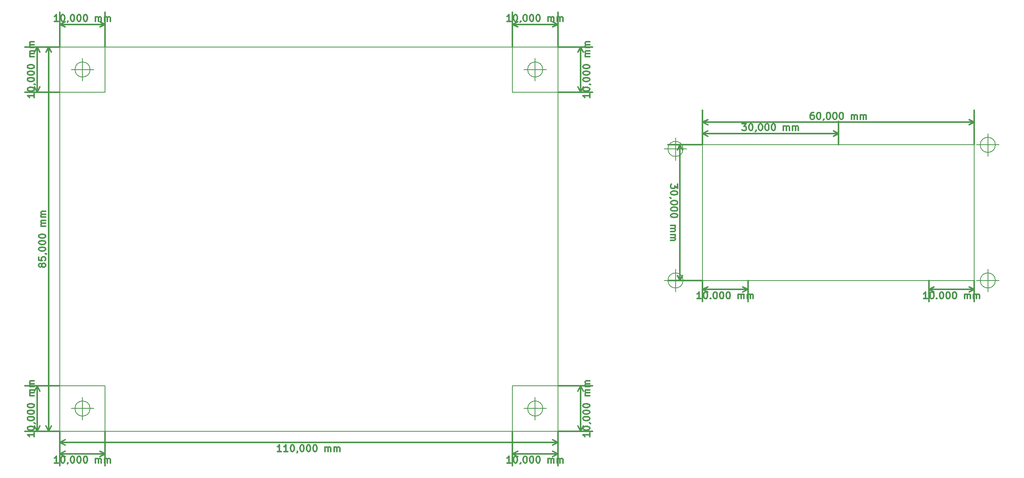
<source format=gbr>
G04 #@! TF.GenerationSoftware,KiCad,Pcbnew,(5.1.4)-1*
G04 #@! TF.CreationDate,2019-12-04T23:12:45+01:00*
G04 #@! TF.ProjectId,instru_bab_v2,696e7374-7275-45f6-9261-625f76322e6b,rev?*
G04 #@! TF.SameCoordinates,Original*
G04 #@! TF.FileFunction,Other,ECO1*
%FSLAX46Y46*%
G04 Gerber Fmt 4.6, Leading zero omitted, Abs format (unit mm)*
G04 Created by KiCad (PCBNEW (5.1.4)-1) date 2019-12-04 23:12:45*
%MOMM*%
%LPD*%
G04 APERTURE LIST*
%ADD10C,0.200000*%
%ADD11C,0.300000*%
%ADD12C,0.150000*%
G04 APERTURE END LIST*
D10*
X239666666Y-50000000D02*
G75*
G03X239666666Y-50000000I-1666666J0D01*
G01*
X235500000Y-50000000D02*
X240500000Y-50000000D01*
X238000000Y-47500000D02*
X238000000Y-52500000D01*
X170666666Y-50900000D02*
G75*
G03X170666666Y-50900000I-1666666J0D01*
G01*
X166500000Y-50900000D02*
X171500000Y-50900000D01*
X169000000Y-48400000D02*
X169000000Y-53400000D01*
X170666666Y-80000000D02*
G75*
G03X170666666Y-80000000I-1666666J0D01*
G01*
X166500000Y-80000000D02*
X171500000Y-80000000D01*
X169000000Y-77500000D02*
X169000000Y-82500000D01*
X239666666Y-80000000D02*
G75*
G03X239666666Y-80000000I-1666666J0D01*
G01*
X235500000Y-80000000D02*
X240500000Y-80000000D01*
X238000000Y-77500000D02*
X238000000Y-82500000D01*
X139667825Y-108334814D02*
G75*
G03X139667825Y-108334814I-1666666J0D01*
G01*
X135501159Y-108334814D02*
X140501159Y-108334814D01*
X138001159Y-105834814D02*
X138001159Y-110834814D01*
X139667825Y-33334814D02*
G75*
G03X139667825Y-33334814I-1666666J0D01*
G01*
X135501159Y-33334814D02*
X140501159Y-33334814D01*
X138001159Y-30834814D02*
X138001159Y-35834814D01*
X39667825Y-108334814D02*
G75*
G03X39667825Y-108334814I-1666666J0D01*
G01*
X35501159Y-108334814D02*
X40501159Y-108334814D01*
X38001159Y-105834814D02*
X38001159Y-110834814D01*
X39667825Y-33334814D02*
G75*
G03X39667825Y-33334814I-1666666J0D01*
G01*
X35501159Y-33334814D02*
X40501159Y-33334814D01*
X38001159Y-30834814D02*
X38001159Y-35834814D01*
D11*
X224642857Y-84028571D02*
X223785714Y-84028571D01*
X224214285Y-84028571D02*
X224214285Y-82528571D01*
X224071428Y-82742857D01*
X223928571Y-82885714D01*
X223785714Y-82957142D01*
X225571428Y-82528571D02*
X225714285Y-82528571D01*
X225857142Y-82600000D01*
X225928571Y-82671428D01*
X226000000Y-82814285D01*
X226071428Y-83100000D01*
X226071428Y-83457142D01*
X226000000Y-83742857D01*
X225928571Y-83885714D01*
X225857142Y-83957142D01*
X225714285Y-84028571D01*
X225571428Y-84028571D01*
X225428571Y-83957142D01*
X225357142Y-83885714D01*
X225285714Y-83742857D01*
X225214285Y-83457142D01*
X225214285Y-83100000D01*
X225285714Y-82814285D01*
X225357142Y-82671428D01*
X225428571Y-82600000D01*
X225571428Y-82528571D01*
X226714285Y-83885714D02*
X226785714Y-83957142D01*
X226714285Y-84028571D01*
X226642857Y-83957142D01*
X226714285Y-83885714D01*
X226714285Y-84028571D01*
X227714285Y-82528571D02*
X227857142Y-82528571D01*
X228000000Y-82600000D01*
X228071428Y-82671428D01*
X228142857Y-82814285D01*
X228214285Y-83100000D01*
X228214285Y-83457142D01*
X228142857Y-83742857D01*
X228071428Y-83885714D01*
X228000000Y-83957142D01*
X227857142Y-84028571D01*
X227714285Y-84028571D01*
X227571428Y-83957142D01*
X227500000Y-83885714D01*
X227428571Y-83742857D01*
X227357142Y-83457142D01*
X227357142Y-83100000D01*
X227428571Y-82814285D01*
X227500000Y-82671428D01*
X227571428Y-82600000D01*
X227714285Y-82528571D01*
X229142857Y-82528571D02*
X229285714Y-82528571D01*
X229428571Y-82600000D01*
X229500000Y-82671428D01*
X229571428Y-82814285D01*
X229642857Y-83100000D01*
X229642857Y-83457142D01*
X229571428Y-83742857D01*
X229500000Y-83885714D01*
X229428571Y-83957142D01*
X229285714Y-84028571D01*
X229142857Y-84028571D01*
X229000000Y-83957142D01*
X228928571Y-83885714D01*
X228857142Y-83742857D01*
X228785714Y-83457142D01*
X228785714Y-83100000D01*
X228857142Y-82814285D01*
X228928571Y-82671428D01*
X229000000Y-82600000D01*
X229142857Y-82528571D01*
X230571428Y-82528571D02*
X230714285Y-82528571D01*
X230857142Y-82600000D01*
X230928571Y-82671428D01*
X231000000Y-82814285D01*
X231071428Y-83100000D01*
X231071428Y-83457142D01*
X231000000Y-83742857D01*
X230928571Y-83885714D01*
X230857142Y-83957142D01*
X230714285Y-84028571D01*
X230571428Y-84028571D01*
X230428571Y-83957142D01*
X230357142Y-83885714D01*
X230285714Y-83742857D01*
X230214285Y-83457142D01*
X230214285Y-83100000D01*
X230285714Y-82814285D01*
X230357142Y-82671428D01*
X230428571Y-82600000D01*
X230571428Y-82528571D01*
X232857142Y-84028571D02*
X232857142Y-83028571D01*
X232857142Y-83171428D02*
X232928571Y-83100000D01*
X233071428Y-83028571D01*
X233285714Y-83028571D01*
X233428571Y-83100000D01*
X233500000Y-83242857D01*
X233500000Y-84028571D01*
X233500000Y-83242857D02*
X233571428Y-83100000D01*
X233714285Y-83028571D01*
X233928571Y-83028571D01*
X234071428Y-83100000D01*
X234142857Y-83242857D01*
X234142857Y-84028571D01*
X234857142Y-84028571D02*
X234857142Y-83028571D01*
X234857142Y-83171428D02*
X234928571Y-83100000D01*
X235071428Y-83028571D01*
X235285714Y-83028571D01*
X235428571Y-83100000D01*
X235500000Y-83242857D01*
X235500000Y-84028571D01*
X235500000Y-83242857D02*
X235571428Y-83100000D01*
X235714285Y-83028571D01*
X235928571Y-83028571D01*
X236071428Y-83100000D01*
X236142857Y-83242857D01*
X236142857Y-84028571D01*
X235000000Y-82000000D02*
X225000000Y-82000000D01*
X235000000Y-80000000D02*
X235000000Y-84700000D01*
X225000000Y-80000000D02*
X225000000Y-84700000D01*
X225000000Y-82000000D02*
X226126504Y-81413579D01*
X225000000Y-82000000D02*
X226126504Y-82586421D01*
X235000000Y-82000000D02*
X233873496Y-81413579D01*
X235000000Y-82000000D02*
X233873496Y-82586421D01*
X174642857Y-84028571D02*
X173785714Y-84028571D01*
X174214285Y-84028571D02*
X174214285Y-82528571D01*
X174071428Y-82742857D01*
X173928571Y-82885714D01*
X173785714Y-82957142D01*
X175571428Y-82528571D02*
X175714285Y-82528571D01*
X175857142Y-82600000D01*
X175928571Y-82671428D01*
X176000000Y-82814285D01*
X176071428Y-83100000D01*
X176071428Y-83457142D01*
X176000000Y-83742857D01*
X175928571Y-83885714D01*
X175857142Y-83957142D01*
X175714285Y-84028571D01*
X175571428Y-84028571D01*
X175428571Y-83957142D01*
X175357142Y-83885714D01*
X175285714Y-83742857D01*
X175214285Y-83457142D01*
X175214285Y-83100000D01*
X175285714Y-82814285D01*
X175357142Y-82671428D01*
X175428571Y-82600000D01*
X175571428Y-82528571D01*
X176714285Y-83885714D02*
X176785714Y-83957142D01*
X176714285Y-84028571D01*
X176642857Y-83957142D01*
X176714285Y-83885714D01*
X176714285Y-84028571D01*
X177714285Y-82528571D02*
X177857142Y-82528571D01*
X178000000Y-82600000D01*
X178071428Y-82671428D01*
X178142857Y-82814285D01*
X178214285Y-83100000D01*
X178214285Y-83457142D01*
X178142857Y-83742857D01*
X178071428Y-83885714D01*
X178000000Y-83957142D01*
X177857142Y-84028571D01*
X177714285Y-84028571D01*
X177571428Y-83957142D01*
X177500000Y-83885714D01*
X177428571Y-83742857D01*
X177357142Y-83457142D01*
X177357142Y-83100000D01*
X177428571Y-82814285D01*
X177500000Y-82671428D01*
X177571428Y-82600000D01*
X177714285Y-82528571D01*
X179142857Y-82528571D02*
X179285714Y-82528571D01*
X179428571Y-82600000D01*
X179500000Y-82671428D01*
X179571428Y-82814285D01*
X179642857Y-83100000D01*
X179642857Y-83457142D01*
X179571428Y-83742857D01*
X179500000Y-83885714D01*
X179428571Y-83957142D01*
X179285714Y-84028571D01*
X179142857Y-84028571D01*
X179000000Y-83957142D01*
X178928571Y-83885714D01*
X178857142Y-83742857D01*
X178785714Y-83457142D01*
X178785714Y-83100000D01*
X178857142Y-82814285D01*
X178928571Y-82671428D01*
X179000000Y-82600000D01*
X179142857Y-82528571D01*
X180571428Y-82528571D02*
X180714285Y-82528571D01*
X180857142Y-82600000D01*
X180928571Y-82671428D01*
X181000000Y-82814285D01*
X181071428Y-83100000D01*
X181071428Y-83457142D01*
X181000000Y-83742857D01*
X180928571Y-83885714D01*
X180857142Y-83957142D01*
X180714285Y-84028571D01*
X180571428Y-84028571D01*
X180428571Y-83957142D01*
X180357142Y-83885714D01*
X180285714Y-83742857D01*
X180214285Y-83457142D01*
X180214285Y-83100000D01*
X180285714Y-82814285D01*
X180357142Y-82671428D01*
X180428571Y-82600000D01*
X180571428Y-82528571D01*
X182857142Y-84028571D02*
X182857142Y-83028571D01*
X182857142Y-83171428D02*
X182928571Y-83100000D01*
X183071428Y-83028571D01*
X183285714Y-83028571D01*
X183428571Y-83100000D01*
X183500000Y-83242857D01*
X183500000Y-84028571D01*
X183500000Y-83242857D02*
X183571428Y-83100000D01*
X183714285Y-83028571D01*
X183928571Y-83028571D01*
X184071428Y-83100000D01*
X184142857Y-83242857D01*
X184142857Y-84028571D01*
X184857142Y-84028571D02*
X184857142Y-83028571D01*
X184857142Y-83171428D02*
X184928571Y-83100000D01*
X185071428Y-83028571D01*
X185285714Y-83028571D01*
X185428571Y-83100000D01*
X185500000Y-83242857D01*
X185500000Y-84028571D01*
X185500000Y-83242857D02*
X185571428Y-83100000D01*
X185714285Y-83028571D01*
X185928571Y-83028571D01*
X186071428Y-83100000D01*
X186142857Y-83242857D01*
X186142857Y-84028571D01*
X175000000Y-82000000D02*
X185000000Y-82000000D01*
X175000000Y-80000000D02*
X175000000Y-84700000D01*
X185000000Y-80000000D02*
X185000000Y-84700000D01*
X185000000Y-82000000D02*
X183873496Y-82586421D01*
X185000000Y-82000000D02*
X183873496Y-81413579D01*
X175000000Y-82000000D02*
X176126504Y-82586421D01*
X175000000Y-82000000D02*
X176126504Y-81413579D01*
X183714285Y-45328571D02*
X184642857Y-45328571D01*
X184142857Y-45900000D01*
X184357142Y-45900000D01*
X184500000Y-45971428D01*
X184571428Y-46042857D01*
X184642857Y-46185714D01*
X184642857Y-46542857D01*
X184571428Y-46685714D01*
X184500000Y-46757142D01*
X184357142Y-46828571D01*
X183928571Y-46828571D01*
X183785714Y-46757142D01*
X183714285Y-46685714D01*
X185571428Y-45328571D02*
X185714285Y-45328571D01*
X185857142Y-45400000D01*
X185928571Y-45471428D01*
X186000000Y-45614285D01*
X186071428Y-45900000D01*
X186071428Y-46257142D01*
X186000000Y-46542857D01*
X185928571Y-46685714D01*
X185857142Y-46757142D01*
X185714285Y-46828571D01*
X185571428Y-46828571D01*
X185428571Y-46757142D01*
X185357142Y-46685714D01*
X185285714Y-46542857D01*
X185214285Y-46257142D01*
X185214285Y-45900000D01*
X185285714Y-45614285D01*
X185357142Y-45471428D01*
X185428571Y-45400000D01*
X185571428Y-45328571D01*
X186785714Y-46757142D02*
X186785714Y-46828571D01*
X186714285Y-46971428D01*
X186642857Y-47042857D01*
X187714285Y-45328571D02*
X187857142Y-45328571D01*
X188000000Y-45400000D01*
X188071428Y-45471428D01*
X188142857Y-45614285D01*
X188214285Y-45900000D01*
X188214285Y-46257142D01*
X188142857Y-46542857D01*
X188071428Y-46685714D01*
X188000000Y-46757142D01*
X187857142Y-46828571D01*
X187714285Y-46828571D01*
X187571428Y-46757142D01*
X187500000Y-46685714D01*
X187428571Y-46542857D01*
X187357142Y-46257142D01*
X187357142Y-45900000D01*
X187428571Y-45614285D01*
X187500000Y-45471428D01*
X187571428Y-45400000D01*
X187714285Y-45328571D01*
X189142857Y-45328571D02*
X189285714Y-45328571D01*
X189428571Y-45400000D01*
X189500000Y-45471428D01*
X189571428Y-45614285D01*
X189642857Y-45900000D01*
X189642857Y-46257142D01*
X189571428Y-46542857D01*
X189500000Y-46685714D01*
X189428571Y-46757142D01*
X189285714Y-46828571D01*
X189142857Y-46828571D01*
X189000000Y-46757142D01*
X188928571Y-46685714D01*
X188857142Y-46542857D01*
X188785714Y-46257142D01*
X188785714Y-45900000D01*
X188857142Y-45614285D01*
X188928571Y-45471428D01*
X189000000Y-45400000D01*
X189142857Y-45328571D01*
X190571428Y-45328571D02*
X190714285Y-45328571D01*
X190857142Y-45400000D01*
X190928571Y-45471428D01*
X191000000Y-45614285D01*
X191071428Y-45900000D01*
X191071428Y-46257142D01*
X191000000Y-46542857D01*
X190928571Y-46685714D01*
X190857142Y-46757142D01*
X190714285Y-46828571D01*
X190571428Y-46828571D01*
X190428571Y-46757142D01*
X190357142Y-46685714D01*
X190285714Y-46542857D01*
X190214285Y-46257142D01*
X190214285Y-45900000D01*
X190285714Y-45614285D01*
X190357142Y-45471428D01*
X190428571Y-45400000D01*
X190571428Y-45328571D01*
X192857142Y-46828571D02*
X192857142Y-45828571D01*
X192857142Y-45971428D02*
X192928571Y-45900000D01*
X193071428Y-45828571D01*
X193285714Y-45828571D01*
X193428571Y-45900000D01*
X193500000Y-46042857D01*
X193500000Y-46828571D01*
X193500000Y-46042857D02*
X193571428Y-45900000D01*
X193714285Y-45828571D01*
X193928571Y-45828571D01*
X194071428Y-45900000D01*
X194142857Y-46042857D01*
X194142857Y-46828571D01*
X194857142Y-46828571D02*
X194857142Y-45828571D01*
X194857142Y-45971428D02*
X194928571Y-45900000D01*
X195071428Y-45828571D01*
X195285714Y-45828571D01*
X195428571Y-45900000D01*
X195500000Y-46042857D01*
X195500000Y-46828571D01*
X195500000Y-46042857D02*
X195571428Y-45900000D01*
X195714285Y-45828571D01*
X195928571Y-45828571D01*
X196071428Y-45900000D01*
X196142857Y-46042857D01*
X196142857Y-46828571D01*
X175000000Y-47500000D02*
X205000000Y-47500000D01*
X175000000Y-50000000D02*
X175000000Y-44800000D01*
X205000000Y-50000000D02*
X205000000Y-44800000D01*
X205000000Y-47500000D02*
X203873496Y-48086421D01*
X205000000Y-47500000D02*
X203873496Y-46913579D01*
X175000000Y-47500000D02*
X176126504Y-48086421D01*
X175000000Y-47500000D02*
X176126504Y-46913579D01*
D10*
X235000000Y-50000000D02*
X175000000Y-50000000D01*
X235000000Y-80000000D02*
X235000000Y-50000000D01*
X175000000Y-80000000D02*
X235000000Y-80000000D01*
X175000000Y-50000000D02*
X175000000Y-80000000D01*
D11*
X199500000Y-42828571D02*
X199214285Y-42828571D01*
X199071428Y-42900000D01*
X199000000Y-42971428D01*
X198857142Y-43185714D01*
X198785714Y-43471428D01*
X198785714Y-44042857D01*
X198857142Y-44185714D01*
X198928571Y-44257142D01*
X199071428Y-44328571D01*
X199357142Y-44328571D01*
X199500000Y-44257142D01*
X199571428Y-44185714D01*
X199642857Y-44042857D01*
X199642857Y-43685714D01*
X199571428Y-43542857D01*
X199500000Y-43471428D01*
X199357142Y-43400000D01*
X199071428Y-43400000D01*
X198928571Y-43471428D01*
X198857142Y-43542857D01*
X198785714Y-43685714D01*
X200571428Y-42828571D02*
X200714285Y-42828571D01*
X200857142Y-42900000D01*
X200928571Y-42971428D01*
X201000000Y-43114285D01*
X201071428Y-43400000D01*
X201071428Y-43757142D01*
X201000000Y-44042857D01*
X200928571Y-44185714D01*
X200857142Y-44257142D01*
X200714285Y-44328571D01*
X200571428Y-44328571D01*
X200428571Y-44257142D01*
X200357142Y-44185714D01*
X200285714Y-44042857D01*
X200214285Y-43757142D01*
X200214285Y-43400000D01*
X200285714Y-43114285D01*
X200357142Y-42971428D01*
X200428571Y-42900000D01*
X200571428Y-42828571D01*
X201785714Y-44257142D02*
X201785714Y-44328571D01*
X201714285Y-44471428D01*
X201642857Y-44542857D01*
X202714285Y-42828571D02*
X202857142Y-42828571D01*
X203000000Y-42900000D01*
X203071428Y-42971428D01*
X203142857Y-43114285D01*
X203214285Y-43400000D01*
X203214285Y-43757142D01*
X203142857Y-44042857D01*
X203071428Y-44185714D01*
X203000000Y-44257142D01*
X202857142Y-44328571D01*
X202714285Y-44328571D01*
X202571428Y-44257142D01*
X202500000Y-44185714D01*
X202428571Y-44042857D01*
X202357142Y-43757142D01*
X202357142Y-43400000D01*
X202428571Y-43114285D01*
X202500000Y-42971428D01*
X202571428Y-42900000D01*
X202714285Y-42828571D01*
X204142857Y-42828571D02*
X204285714Y-42828571D01*
X204428571Y-42900000D01*
X204500000Y-42971428D01*
X204571428Y-43114285D01*
X204642857Y-43400000D01*
X204642857Y-43757142D01*
X204571428Y-44042857D01*
X204500000Y-44185714D01*
X204428571Y-44257142D01*
X204285714Y-44328571D01*
X204142857Y-44328571D01*
X204000000Y-44257142D01*
X203928571Y-44185714D01*
X203857142Y-44042857D01*
X203785714Y-43757142D01*
X203785714Y-43400000D01*
X203857142Y-43114285D01*
X203928571Y-42971428D01*
X204000000Y-42900000D01*
X204142857Y-42828571D01*
X205571428Y-42828571D02*
X205714285Y-42828571D01*
X205857142Y-42900000D01*
X205928571Y-42971428D01*
X206000000Y-43114285D01*
X206071428Y-43400000D01*
X206071428Y-43757142D01*
X206000000Y-44042857D01*
X205928571Y-44185714D01*
X205857142Y-44257142D01*
X205714285Y-44328571D01*
X205571428Y-44328571D01*
X205428571Y-44257142D01*
X205357142Y-44185714D01*
X205285714Y-44042857D01*
X205214285Y-43757142D01*
X205214285Y-43400000D01*
X205285714Y-43114285D01*
X205357142Y-42971428D01*
X205428571Y-42900000D01*
X205571428Y-42828571D01*
X207857142Y-44328571D02*
X207857142Y-43328571D01*
X207857142Y-43471428D02*
X207928571Y-43400000D01*
X208071428Y-43328571D01*
X208285714Y-43328571D01*
X208428571Y-43400000D01*
X208500000Y-43542857D01*
X208500000Y-44328571D01*
X208500000Y-43542857D02*
X208571428Y-43400000D01*
X208714285Y-43328571D01*
X208928571Y-43328571D01*
X209071428Y-43400000D01*
X209142857Y-43542857D01*
X209142857Y-44328571D01*
X209857142Y-44328571D02*
X209857142Y-43328571D01*
X209857142Y-43471428D02*
X209928571Y-43400000D01*
X210071428Y-43328571D01*
X210285714Y-43328571D01*
X210428571Y-43400000D01*
X210500000Y-43542857D01*
X210500000Y-44328571D01*
X210500000Y-43542857D02*
X210571428Y-43400000D01*
X210714285Y-43328571D01*
X210928571Y-43328571D01*
X211071428Y-43400000D01*
X211142857Y-43542857D01*
X211142857Y-44328571D01*
X175000000Y-45000000D02*
X235000000Y-45000000D01*
X175000000Y-50000000D02*
X175000000Y-42300000D01*
X235000000Y-50000000D02*
X235000000Y-42300000D01*
X235000000Y-45000000D02*
X233873496Y-45586421D01*
X235000000Y-45000000D02*
X233873496Y-44413579D01*
X175000000Y-45000000D02*
X176126504Y-45586421D01*
X175000000Y-45000000D02*
X176126504Y-44413579D01*
X169471428Y-58714285D02*
X169471428Y-59642857D01*
X168900000Y-59142857D01*
X168900000Y-59357142D01*
X168828571Y-59500000D01*
X168757142Y-59571428D01*
X168614285Y-59642857D01*
X168257142Y-59642857D01*
X168114285Y-59571428D01*
X168042857Y-59500000D01*
X167971428Y-59357142D01*
X167971428Y-58928571D01*
X168042857Y-58785714D01*
X168114285Y-58714285D01*
X169471428Y-60571428D02*
X169471428Y-60714285D01*
X169400000Y-60857142D01*
X169328571Y-60928571D01*
X169185714Y-61000000D01*
X168900000Y-61071428D01*
X168542857Y-61071428D01*
X168257142Y-61000000D01*
X168114285Y-60928571D01*
X168042857Y-60857142D01*
X167971428Y-60714285D01*
X167971428Y-60571428D01*
X168042857Y-60428571D01*
X168114285Y-60357142D01*
X168257142Y-60285714D01*
X168542857Y-60214285D01*
X168900000Y-60214285D01*
X169185714Y-60285714D01*
X169328571Y-60357142D01*
X169400000Y-60428571D01*
X169471428Y-60571428D01*
X168042857Y-61785714D02*
X167971428Y-61785714D01*
X167828571Y-61714285D01*
X167757142Y-61642857D01*
X169471428Y-62714285D02*
X169471428Y-62857142D01*
X169400000Y-63000000D01*
X169328571Y-63071428D01*
X169185714Y-63142857D01*
X168900000Y-63214285D01*
X168542857Y-63214285D01*
X168257142Y-63142857D01*
X168114285Y-63071428D01*
X168042857Y-63000000D01*
X167971428Y-62857142D01*
X167971428Y-62714285D01*
X168042857Y-62571428D01*
X168114285Y-62500000D01*
X168257142Y-62428571D01*
X168542857Y-62357142D01*
X168900000Y-62357142D01*
X169185714Y-62428571D01*
X169328571Y-62500000D01*
X169400000Y-62571428D01*
X169471428Y-62714285D01*
X169471428Y-64142857D02*
X169471428Y-64285714D01*
X169400000Y-64428571D01*
X169328571Y-64500000D01*
X169185714Y-64571428D01*
X168900000Y-64642857D01*
X168542857Y-64642857D01*
X168257142Y-64571428D01*
X168114285Y-64500000D01*
X168042857Y-64428571D01*
X167971428Y-64285714D01*
X167971428Y-64142857D01*
X168042857Y-64000000D01*
X168114285Y-63928571D01*
X168257142Y-63857142D01*
X168542857Y-63785714D01*
X168900000Y-63785714D01*
X169185714Y-63857142D01*
X169328571Y-63928571D01*
X169400000Y-64000000D01*
X169471428Y-64142857D01*
X169471428Y-65571428D02*
X169471428Y-65714285D01*
X169400000Y-65857142D01*
X169328571Y-65928571D01*
X169185714Y-66000000D01*
X168900000Y-66071428D01*
X168542857Y-66071428D01*
X168257142Y-66000000D01*
X168114285Y-65928571D01*
X168042857Y-65857142D01*
X167971428Y-65714285D01*
X167971428Y-65571428D01*
X168042857Y-65428571D01*
X168114285Y-65357142D01*
X168257142Y-65285714D01*
X168542857Y-65214285D01*
X168900000Y-65214285D01*
X169185714Y-65285714D01*
X169328571Y-65357142D01*
X169400000Y-65428571D01*
X169471428Y-65571428D01*
X167971428Y-67857142D02*
X168971428Y-67857142D01*
X168828571Y-67857142D02*
X168900000Y-67928571D01*
X168971428Y-68071428D01*
X168971428Y-68285714D01*
X168900000Y-68428571D01*
X168757142Y-68500000D01*
X167971428Y-68500000D01*
X168757142Y-68500000D02*
X168900000Y-68571428D01*
X168971428Y-68714285D01*
X168971428Y-68928571D01*
X168900000Y-69071428D01*
X168757142Y-69142857D01*
X167971428Y-69142857D01*
X167971428Y-69857142D02*
X168971428Y-69857142D01*
X168828571Y-69857142D02*
X168900000Y-69928571D01*
X168971428Y-70071428D01*
X168971428Y-70285714D01*
X168900000Y-70428571D01*
X168757142Y-70500000D01*
X167971428Y-70500000D01*
X168757142Y-70500000D02*
X168900000Y-70571428D01*
X168971428Y-70714285D01*
X168971428Y-70928571D01*
X168900000Y-71071428D01*
X168757142Y-71142857D01*
X167971428Y-71142857D01*
X170000000Y-50000000D02*
X170000000Y-80000000D01*
X175000000Y-50000000D02*
X167300000Y-50000000D01*
X175000000Y-80000000D02*
X167300000Y-80000000D01*
X170000000Y-80000000D02*
X169413579Y-78873496D01*
X170000000Y-80000000D02*
X170586421Y-78873496D01*
X170000000Y-50000000D02*
X169413579Y-51126504D01*
X170000000Y-50000000D02*
X170586421Y-51126504D01*
D12*
X43001159Y-103334814D02*
X33001159Y-103334814D01*
X43001159Y-113334814D02*
X43001159Y-103334814D01*
X133001159Y-113334814D02*
X43001159Y-113334814D01*
X133001159Y-103334814D02*
X133001159Y-113334814D01*
X143001159Y-103334814D02*
X133001159Y-103334814D01*
X143001159Y-38334814D02*
X143001159Y-103334814D01*
X133001159Y-38334814D02*
X143001159Y-38334814D01*
X133001159Y-28334814D02*
X133001159Y-38334814D01*
X43001159Y-28334814D02*
X133001159Y-28334814D01*
X43001159Y-38334814D02*
X43001159Y-28334814D01*
X33001159Y-38334814D02*
X43001159Y-38334814D01*
X33001159Y-103334814D02*
X33001159Y-38334814D01*
D11*
X32644016Y-22663385D02*
X31786873Y-22663385D01*
X32215444Y-22663385D02*
X32215444Y-21163385D01*
X32072587Y-21377671D01*
X31929730Y-21520528D01*
X31786873Y-21591956D01*
X33572587Y-21163385D02*
X33715444Y-21163385D01*
X33858301Y-21234814D01*
X33929730Y-21306242D01*
X34001159Y-21449099D01*
X34072587Y-21734814D01*
X34072587Y-22091956D01*
X34001159Y-22377671D01*
X33929730Y-22520528D01*
X33858301Y-22591956D01*
X33715444Y-22663385D01*
X33572587Y-22663385D01*
X33429730Y-22591956D01*
X33358301Y-22520528D01*
X33286873Y-22377671D01*
X33215444Y-22091956D01*
X33215444Y-21734814D01*
X33286873Y-21449099D01*
X33358301Y-21306242D01*
X33429730Y-21234814D01*
X33572587Y-21163385D01*
X34786873Y-22591956D02*
X34786873Y-22663385D01*
X34715444Y-22806242D01*
X34644016Y-22877671D01*
X35715444Y-21163385D02*
X35858301Y-21163385D01*
X36001159Y-21234814D01*
X36072587Y-21306242D01*
X36144016Y-21449099D01*
X36215444Y-21734814D01*
X36215444Y-22091956D01*
X36144016Y-22377671D01*
X36072587Y-22520528D01*
X36001159Y-22591956D01*
X35858301Y-22663385D01*
X35715444Y-22663385D01*
X35572587Y-22591956D01*
X35501159Y-22520528D01*
X35429730Y-22377671D01*
X35358301Y-22091956D01*
X35358301Y-21734814D01*
X35429730Y-21449099D01*
X35501159Y-21306242D01*
X35572587Y-21234814D01*
X35715444Y-21163385D01*
X37144016Y-21163385D02*
X37286873Y-21163385D01*
X37429730Y-21234814D01*
X37501159Y-21306242D01*
X37572587Y-21449099D01*
X37644016Y-21734814D01*
X37644016Y-22091956D01*
X37572587Y-22377671D01*
X37501159Y-22520528D01*
X37429730Y-22591956D01*
X37286873Y-22663385D01*
X37144016Y-22663385D01*
X37001159Y-22591956D01*
X36929730Y-22520528D01*
X36858301Y-22377671D01*
X36786873Y-22091956D01*
X36786873Y-21734814D01*
X36858301Y-21449099D01*
X36929730Y-21306242D01*
X37001159Y-21234814D01*
X37144016Y-21163385D01*
X38572587Y-21163385D02*
X38715444Y-21163385D01*
X38858301Y-21234814D01*
X38929730Y-21306242D01*
X39001159Y-21449099D01*
X39072587Y-21734814D01*
X39072587Y-22091956D01*
X39001159Y-22377671D01*
X38929730Y-22520528D01*
X38858301Y-22591956D01*
X38715444Y-22663385D01*
X38572587Y-22663385D01*
X38429730Y-22591956D01*
X38358301Y-22520528D01*
X38286873Y-22377671D01*
X38215444Y-22091956D01*
X38215444Y-21734814D01*
X38286873Y-21449099D01*
X38358301Y-21306242D01*
X38429730Y-21234814D01*
X38572587Y-21163385D01*
X40858301Y-22663385D02*
X40858301Y-21663385D01*
X40858301Y-21806242D02*
X40929730Y-21734814D01*
X41072587Y-21663385D01*
X41286873Y-21663385D01*
X41429730Y-21734814D01*
X41501159Y-21877671D01*
X41501159Y-22663385D01*
X41501159Y-21877671D02*
X41572587Y-21734814D01*
X41715444Y-21663385D01*
X41929730Y-21663385D01*
X42072587Y-21734814D01*
X42144016Y-21877671D01*
X42144016Y-22663385D01*
X42858301Y-22663385D02*
X42858301Y-21663385D01*
X42858301Y-21806242D02*
X42929730Y-21734814D01*
X43072587Y-21663385D01*
X43286873Y-21663385D01*
X43429730Y-21734814D01*
X43501159Y-21877671D01*
X43501159Y-22663385D01*
X43501159Y-21877671D02*
X43572587Y-21734814D01*
X43715444Y-21663385D01*
X43929730Y-21663385D01*
X44072587Y-21734814D01*
X44144016Y-21877671D01*
X44144016Y-22663385D01*
X33001159Y-23334814D02*
X43001159Y-23334814D01*
X33001159Y-28334814D02*
X33001159Y-20634814D01*
X43001159Y-28334814D02*
X43001159Y-20634814D01*
X43001159Y-23334814D02*
X41874655Y-23921235D01*
X43001159Y-23334814D02*
X41874655Y-22748393D01*
X33001159Y-23334814D02*
X34127663Y-23921235D01*
X33001159Y-23334814D02*
X34127663Y-22748393D01*
X132644016Y-22663385D02*
X131786873Y-22663385D01*
X132215444Y-22663385D02*
X132215444Y-21163385D01*
X132072587Y-21377671D01*
X131929730Y-21520528D01*
X131786873Y-21591956D01*
X133572587Y-21163385D02*
X133715444Y-21163385D01*
X133858301Y-21234814D01*
X133929730Y-21306242D01*
X134001159Y-21449099D01*
X134072587Y-21734814D01*
X134072587Y-22091956D01*
X134001159Y-22377671D01*
X133929730Y-22520528D01*
X133858301Y-22591956D01*
X133715444Y-22663385D01*
X133572587Y-22663385D01*
X133429730Y-22591956D01*
X133358301Y-22520528D01*
X133286873Y-22377671D01*
X133215444Y-22091956D01*
X133215444Y-21734814D01*
X133286873Y-21449099D01*
X133358301Y-21306242D01*
X133429730Y-21234814D01*
X133572587Y-21163385D01*
X134786873Y-22591956D02*
X134786873Y-22663385D01*
X134715444Y-22806242D01*
X134644016Y-22877671D01*
X135715444Y-21163385D02*
X135858301Y-21163385D01*
X136001159Y-21234814D01*
X136072587Y-21306242D01*
X136144016Y-21449099D01*
X136215444Y-21734814D01*
X136215444Y-22091956D01*
X136144016Y-22377671D01*
X136072587Y-22520528D01*
X136001159Y-22591956D01*
X135858301Y-22663385D01*
X135715444Y-22663385D01*
X135572587Y-22591956D01*
X135501159Y-22520528D01*
X135429730Y-22377671D01*
X135358301Y-22091956D01*
X135358301Y-21734814D01*
X135429730Y-21449099D01*
X135501159Y-21306242D01*
X135572587Y-21234814D01*
X135715444Y-21163385D01*
X137144016Y-21163385D02*
X137286873Y-21163385D01*
X137429730Y-21234814D01*
X137501159Y-21306242D01*
X137572587Y-21449099D01*
X137644016Y-21734814D01*
X137644016Y-22091956D01*
X137572587Y-22377671D01*
X137501159Y-22520528D01*
X137429730Y-22591956D01*
X137286873Y-22663385D01*
X137144016Y-22663385D01*
X137001159Y-22591956D01*
X136929730Y-22520528D01*
X136858301Y-22377671D01*
X136786873Y-22091956D01*
X136786873Y-21734814D01*
X136858301Y-21449099D01*
X136929730Y-21306242D01*
X137001159Y-21234814D01*
X137144016Y-21163385D01*
X138572587Y-21163385D02*
X138715444Y-21163385D01*
X138858301Y-21234814D01*
X138929730Y-21306242D01*
X139001159Y-21449099D01*
X139072587Y-21734814D01*
X139072587Y-22091956D01*
X139001159Y-22377671D01*
X138929730Y-22520528D01*
X138858301Y-22591956D01*
X138715444Y-22663385D01*
X138572587Y-22663385D01*
X138429730Y-22591956D01*
X138358301Y-22520528D01*
X138286873Y-22377671D01*
X138215444Y-22091956D01*
X138215444Y-21734814D01*
X138286873Y-21449099D01*
X138358301Y-21306242D01*
X138429730Y-21234814D01*
X138572587Y-21163385D01*
X140858301Y-22663385D02*
X140858301Y-21663385D01*
X140858301Y-21806242D02*
X140929730Y-21734814D01*
X141072587Y-21663385D01*
X141286873Y-21663385D01*
X141429730Y-21734814D01*
X141501159Y-21877671D01*
X141501159Y-22663385D01*
X141501159Y-21877671D02*
X141572587Y-21734814D01*
X141715444Y-21663385D01*
X141929730Y-21663385D01*
X142072587Y-21734814D01*
X142144016Y-21877671D01*
X142144016Y-22663385D01*
X142858301Y-22663385D02*
X142858301Y-21663385D01*
X142858301Y-21806242D02*
X142929730Y-21734814D01*
X143072587Y-21663385D01*
X143286873Y-21663385D01*
X143429730Y-21734814D01*
X143501159Y-21877671D01*
X143501159Y-22663385D01*
X143501159Y-21877671D02*
X143572587Y-21734814D01*
X143715444Y-21663385D01*
X143929730Y-21663385D01*
X144072587Y-21734814D01*
X144144016Y-21877671D01*
X144144016Y-22663385D01*
X143001159Y-23334814D02*
X133001159Y-23334814D01*
X143001159Y-28334814D02*
X143001159Y-20634814D01*
X133001159Y-28334814D02*
X133001159Y-20634814D01*
X133001159Y-23334814D02*
X134127663Y-22748393D01*
X133001159Y-23334814D02*
X134127663Y-23921235D01*
X143001159Y-23334814D02*
X141874655Y-22748393D01*
X143001159Y-23334814D02*
X141874655Y-23921235D01*
X150029730Y-38691956D02*
X150029730Y-39549099D01*
X150029730Y-39120528D02*
X148529730Y-39120528D01*
X148744016Y-39263385D01*
X148886873Y-39406242D01*
X148958301Y-39549099D01*
X148529730Y-37763385D02*
X148529730Y-37620528D01*
X148601159Y-37477671D01*
X148672587Y-37406242D01*
X148815444Y-37334814D01*
X149101159Y-37263385D01*
X149458301Y-37263385D01*
X149744016Y-37334814D01*
X149886873Y-37406242D01*
X149958301Y-37477671D01*
X150029730Y-37620528D01*
X150029730Y-37763385D01*
X149958301Y-37906242D01*
X149886873Y-37977671D01*
X149744016Y-38049099D01*
X149458301Y-38120528D01*
X149101159Y-38120528D01*
X148815444Y-38049099D01*
X148672587Y-37977671D01*
X148601159Y-37906242D01*
X148529730Y-37763385D01*
X149958301Y-36549099D02*
X150029730Y-36549099D01*
X150172587Y-36620528D01*
X150244016Y-36691956D01*
X148529730Y-35620528D02*
X148529730Y-35477671D01*
X148601159Y-35334814D01*
X148672587Y-35263385D01*
X148815444Y-35191956D01*
X149101159Y-35120528D01*
X149458301Y-35120528D01*
X149744016Y-35191956D01*
X149886873Y-35263385D01*
X149958301Y-35334814D01*
X150029730Y-35477671D01*
X150029730Y-35620528D01*
X149958301Y-35763385D01*
X149886873Y-35834814D01*
X149744016Y-35906242D01*
X149458301Y-35977671D01*
X149101159Y-35977671D01*
X148815444Y-35906242D01*
X148672587Y-35834814D01*
X148601159Y-35763385D01*
X148529730Y-35620528D01*
X148529730Y-34191956D02*
X148529730Y-34049099D01*
X148601159Y-33906242D01*
X148672587Y-33834814D01*
X148815444Y-33763385D01*
X149101159Y-33691956D01*
X149458301Y-33691956D01*
X149744016Y-33763385D01*
X149886873Y-33834814D01*
X149958301Y-33906242D01*
X150029730Y-34049099D01*
X150029730Y-34191956D01*
X149958301Y-34334814D01*
X149886873Y-34406242D01*
X149744016Y-34477671D01*
X149458301Y-34549099D01*
X149101159Y-34549099D01*
X148815444Y-34477671D01*
X148672587Y-34406242D01*
X148601159Y-34334814D01*
X148529730Y-34191956D01*
X148529730Y-32763385D02*
X148529730Y-32620528D01*
X148601159Y-32477671D01*
X148672587Y-32406242D01*
X148815444Y-32334814D01*
X149101159Y-32263385D01*
X149458301Y-32263385D01*
X149744016Y-32334814D01*
X149886873Y-32406242D01*
X149958301Y-32477671D01*
X150029730Y-32620528D01*
X150029730Y-32763385D01*
X149958301Y-32906242D01*
X149886873Y-32977671D01*
X149744016Y-33049099D01*
X149458301Y-33120528D01*
X149101159Y-33120528D01*
X148815444Y-33049099D01*
X148672587Y-32977671D01*
X148601159Y-32906242D01*
X148529730Y-32763385D01*
X150029730Y-30477671D02*
X149029730Y-30477671D01*
X149172587Y-30477671D02*
X149101159Y-30406242D01*
X149029730Y-30263385D01*
X149029730Y-30049099D01*
X149101159Y-29906242D01*
X149244016Y-29834814D01*
X150029730Y-29834814D01*
X149244016Y-29834814D02*
X149101159Y-29763385D01*
X149029730Y-29620528D01*
X149029730Y-29406242D01*
X149101159Y-29263385D01*
X149244016Y-29191956D01*
X150029730Y-29191956D01*
X150029730Y-28477671D02*
X149029730Y-28477671D01*
X149172587Y-28477671D02*
X149101159Y-28406242D01*
X149029730Y-28263385D01*
X149029730Y-28049099D01*
X149101159Y-27906242D01*
X149244016Y-27834814D01*
X150029730Y-27834814D01*
X149244016Y-27834814D02*
X149101159Y-27763385D01*
X149029730Y-27620528D01*
X149029730Y-27406242D01*
X149101159Y-27263385D01*
X149244016Y-27191956D01*
X150029730Y-27191956D01*
X148001159Y-28334814D02*
X148001159Y-38334814D01*
X143001159Y-28334814D02*
X150701159Y-28334814D01*
X143001159Y-38334814D02*
X150701159Y-38334814D01*
X148001159Y-38334814D02*
X147414738Y-37208310D01*
X148001159Y-38334814D02*
X148587580Y-37208310D01*
X148001159Y-28334814D02*
X147414738Y-29461318D01*
X148001159Y-28334814D02*
X148587580Y-29461318D01*
D10*
X143001159Y-113334814D02*
X33001159Y-113334814D01*
X143001159Y-28334814D02*
X143001159Y-113334814D01*
X33001159Y-28334814D02*
X143001159Y-28334814D01*
X33001159Y-113334814D02*
X33001159Y-28334814D01*
D11*
X150029730Y-113691956D02*
X150029730Y-114549099D01*
X150029730Y-114120528D02*
X148529730Y-114120528D01*
X148744016Y-114263385D01*
X148886873Y-114406242D01*
X148958301Y-114549099D01*
X148529730Y-112763385D02*
X148529730Y-112620528D01*
X148601159Y-112477671D01*
X148672587Y-112406242D01*
X148815444Y-112334814D01*
X149101159Y-112263385D01*
X149458301Y-112263385D01*
X149744016Y-112334814D01*
X149886873Y-112406242D01*
X149958301Y-112477671D01*
X150029730Y-112620528D01*
X150029730Y-112763385D01*
X149958301Y-112906242D01*
X149886873Y-112977671D01*
X149744016Y-113049099D01*
X149458301Y-113120528D01*
X149101159Y-113120528D01*
X148815444Y-113049099D01*
X148672587Y-112977671D01*
X148601159Y-112906242D01*
X148529730Y-112763385D01*
X149958301Y-111549099D02*
X150029730Y-111549099D01*
X150172587Y-111620528D01*
X150244016Y-111691956D01*
X148529730Y-110620528D02*
X148529730Y-110477671D01*
X148601159Y-110334814D01*
X148672587Y-110263385D01*
X148815444Y-110191956D01*
X149101159Y-110120528D01*
X149458301Y-110120528D01*
X149744016Y-110191956D01*
X149886873Y-110263385D01*
X149958301Y-110334814D01*
X150029730Y-110477671D01*
X150029730Y-110620528D01*
X149958301Y-110763385D01*
X149886873Y-110834814D01*
X149744016Y-110906242D01*
X149458301Y-110977671D01*
X149101159Y-110977671D01*
X148815444Y-110906242D01*
X148672587Y-110834814D01*
X148601159Y-110763385D01*
X148529730Y-110620528D01*
X148529730Y-109191956D02*
X148529730Y-109049099D01*
X148601159Y-108906242D01*
X148672587Y-108834814D01*
X148815444Y-108763385D01*
X149101159Y-108691956D01*
X149458301Y-108691956D01*
X149744016Y-108763385D01*
X149886873Y-108834814D01*
X149958301Y-108906242D01*
X150029730Y-109049099D01*
X150029730Y-109191956D01*
X149958301Y-109334814D01*
X149886873Y-109406242D01*
X149744016Y-109477671D01*
X149458301Y-109549099D01*
X149101159Y-109549099D01*
X148815444Y-109477671D01*
X148672587Y-109406242D01*
X148601159Y-109334814D01*
X148529730Y-109191956D01*
X148529730Y-107763385D02*
X148529730Y-107620528D01*
X148601159Y-107477671D01*
X148672587Y-107406242D01*
X148815444Y-107334814D01*
X149101159Y-107263385D01*
X149458301Y-107263385D01*
X149744016Y-107334814D01*
X149886873Y-107406242D01*
X149958301Y-107477671D01*
X150029730Y-107620528D01*
X150029730Y-107763385D01*
X149958301Y-107906242D01*
X149886873Y-107977671D01*
X149744016Y-108049099D01*
X149458301Y-108120528D01*
X149101159Y-108120528D01*
X148815444Y-108049099D01*
X148672587Y-107977671D01*
X148601159Y-107906242D01*
X148529730Y-107763385D01*
X150029730Y-105477671D02*
X149029730Y-105477671D01*
X149172587Y-105477671D02*
X149101159Y-105406242D01*
X149029730Y-105263385D01*
X149029730Y-105049099D01*
X149101159Y-104906242D01*
X149244016Y-104834814D01*
X150029730Y-104834814D01*
X149244016Y-104834814D02*
X149101159Y-104763385D01*
X149029730Y-104620528D01*
X149029730Y-104406242D01*
X149101159Y-104263385D01*
X149244016Y-104191956D01*
X150029730Y-104191956D01*
X150029730Y-103477671D02*
X149029730Y-103477671D01*
X149172587Y-103477671D02*
X149101159Y-103406242D01*
X149029730Y-103263385D01*
X149029730Y-103049099D01*
X149101159Y-102906242D01*
X149244016Y-102834814D01*
X150029730Y-102834814D01*
X149244016Y-102834814D02*
X149101159Y-102763385D01*
X149029730Y-102620528D01*
X149029730Y-102406242D01*
X149101159Y-102263385D01*
X149244016Y-102191956D01*
X150029730Y-102191956D01*
X148001159Y-113334814D02*
X148001159Y-103334814D01*
X143001159Y-113334814D02*
X150701159Y-113334814D01*
X143001159Y-103334814D02*
X150701159Y-103334814D01*
X148001159Y-103334814D02*
X148587580Y-104461318D01*
X148001159Y-103334814D02*
X147414738Y-104461318D01*
X148001159Y-113334814D02*
X148587580Y-112208310D01*
X148001159Y-113334814D02*
X147414738Y-112208310D01*
X132644016Y-120363385D02*
X131786873Y-120363385D01*
X132215444Y-120363385D02*
X132215444Y-118863385D01*
X132072587Y-119077671D01*
X131929730Y-119220528D01*
X131786873Y-119291956D01*
X133572587Y-118863385D02*
X133715444Y-118863385D01*
X133858301Y-118934814D01*
X133929730Y-119006242D01*
X134001159Y-119149099D01*
X134072587Y-119434814D01*
X134072587Y-119791956D01*
X134001159Y-120077671D01*
X133929730Y-120220528D01*
X133858301Y-120291956D01*
X133715444Y-120363385D01*
X133572587Y-120363385D01*
X133429730Y-120291956D01*
X133358301Y-120220528D01*
X133286873Y-120077671D01*
X133215444Y-119791956D01*
X133215444Y-119434814D01*
X133286873Y-119149099D01*
X133358301Y-119006242D01*
X133429730Y-118934814D01*
X133572587Y-118863385D01*
X134786873Y-120291956D02*
X134786873Y-120363385D01*
X134715444Y-120506242D01*
X134644016Y-120577671D01*
X135715444Y-118863385D02*
X135858301Y-118863385D01*
X136001159Y-118934814D01*
X136072587Y-119006242D01*
X136144016Y-119149099D01*
X136215444Y-119434814D01*
X136215444Y-119791956D01*
X136144016Y-120077671D01*
X136072587Y-120220528D01*
X136001159Y-120291956D01*
X135858301Y-120363385D01*
X135715444Y-120363385D01*
X135572587Y-120291956D01*
X135501159Y-120220528D01*
X135429730Y-120077671D01*
X135358301Y-119791956D01*
X135358301Y-119434814D01*
X135429730Y-119149099D01*
X135501159Y-119006242D01*
X135572587Y-118934814D01*
X135715444Y-118863385D01*
X137144016Y-118863385D02*
X137286873Y-118863385D01*
X137429730Y-118934814D01*
X137501159Y-119006242D01*
X137572587Y-119149099D01*
X137644016Y-119434814D01*
X137644016Y-119791956D01*
X137572587Y-120077671D01*
X137501159Y-120220528D01*
X137429730Y-120291956D01*
X137286873Y-120363385D01*
X137144016Y-120363385D01*
X137001159Y-120291956D01*
X136929730Y-120220528D01*
X136858301Y-120077671D01*
X136786873Y-119791956D01*
X136786873Y-119434814D01*
X136858301Y-119149099D01*
X136929730Y-119006242D01*
X137001159Y-118934814D01*
X137144016Y-118863385D01*
X138572587Y-118863385D02*
X138715444Y-118863385D01*
X138858301Y-118934814D01*
X138929730Y-119006242D01*
X139001159Y-119149099D01*
X139072587Y-119434814D01*
X139072587Y-119791956D01*
X139001159Y-120077671D01*
X138929730Y-120220528D01*
X138858301Y-120291956D01*
X138715444Y-120363385D01*
X138572587Y-120363385D01*
X138429730Y-120291956D01*
X138358301Y-120220528D01*
X138286873Y-120077671D01*
X138215444Y-119791956D01*
X138215444Y-119434814D01*
X138286873Y-119149099D01*
X138358301Y-119006242D01*
X138429730Y-118934814D01*
X138572587Y-118863385D01*
X140858301Y-120363385D02*
X140858301Y-119363385D01*
X140858301Y-119506242D02*
X140929730Y-119434814D01*
X141072587Y-119363385D01*
X141286873Y-119363385D01*
X141429730Y-119434814D01*
X141501159Y-119577671D01*
X141501159Y-120363385D01*
X141501159Y-119577671D02*
X141572587Y-119434814D01*
X141715444Y-119363385D01*
X141929730Y-119363385D01*
X142072587Y-119434814D01*
X142144016Y-119577671D01*
X142144016Y-120363385D01*
X142858301Y-120363385D02*
X142858301Y-119363385D01*
X142858301Y-119506242D02*
X142929730Y-119434814D01*
X143072587Y-119363385D01*
X143286873Y-119363385D01*
X143429730Y-119434814D01*
X143501159Y-119577671D01*
X143501159Y-120363385D01*
X143501159Y-119577671D02*
X143572587Y-119434814D01*
X143715444Y-119363385D01*
X143929730Y-119363385D01*
X144072587Y-119434814D01*
X144144016Y-119577671D01*
X144144016Y-120363385D01*
X143001159Y-118334814D02*
X133001159Y-118334814D01*
X143001159Y-113334814D02*
X143001159Y-121034814D01*
X133001159Y-113334814D02*
X133001159Y-121034814D01*
X133001159Y-118334814D02*
X134127663Y-117748393D01*
X133001159Y-118334814D02*
X134127663Y-118921235D01*
X143001159Y-118334814D02*
X141874655Y-117748393D01*
X143001159Y-118334814D02*
X141874655Y-118921235D01*
X27329730Y-38691956D02*
X27329730Y-39549099D01*
X27329730Y-39120528D02*
X25829730Y-39120528D01*
X26044016Y-39263385D01*
X26186873Y-39406242D01*
X26258301Y-39549099D01*
X25829730Y-37763385D02*
X25829730Y-37620528D01*
X25901159Y-37477671D01*
X25972587Y-37406242D01*
X26115444Y-37334814D01*
X26401159Y-37263385D01*
X26758301Y-37263385D01*
X27044016Y-37334814D01*
X27186873Y-37406242D01*
X27258301Y-37477671D01*
X27329730Y-37620528D01*
X27329730Y-37763385D01*
X27258301Y-37906242D01*
X27186873Y-37977671D01*
X27044016Y-38049099D01*
X26758301Y-38120528D01*
X26401159Y-38120528D01*
X26115444Y-38049099D01*
X25972587Y-37977671D01*
X25901159Y-37906242D01*
X25829730Y-37763385D01*
X27258301Y-36549099D02*
X27329730Y-36549099D01*
X27472587Y-36620528D01*
X27544016Y-36691956D01*
X25829730Y-35620528D02*
X25829730Y-35477671D01*
X25901159Y-35334814D01*
X25972587Y-35263385D01*
X26115444Y-35191956D01*
X26401159Y-35120528D01*
X26758301Y-35120528D01*
X27044016Y-35191956D01*
X27186873Y-35263385D01*
X27258301Y-35334814D01*
X27329730Y-35477671D01*
X27329730Y-35620528D01*
X27258301Y-35763385D01*
X27186873Y-35834814D01*
X27044016Y-35906242D01*
X26758301Y-35977671D01*
X26401159Y-35977671D01*
X26115444Y-35906242D01*
X25972587Y-35834814D01*
X25901159Y-35763385D01*
X25829730Y-35620528D01*
X25829730Y-34191956D02*
X25829730Y-34049099D01*
X25901159Y-33906242D01*
X25972587Y-33834814D01*
X26115444Y-33763385D01*
X26401159Y-33691956D01*
X26758301Y-33691956D01*
X27044016Y-33763385D01*
X27186873Y-33834814D01*
X27258301Y-33906242D01*
X27329730Y-34049099D01*
X27329730Y-34191956D01*
X27258301Y-34334814D01*
X27186873Y-34406242D01*
X27044016Y-34477671D01*
X26758301Y-34549099D01*
X26401159Y-34549099D01*
X26115444Y-34477671D01*
X25972587Y-34406242D01*
X25901159Y-34334814D01*
X25829730Y-34191956D01*
X25829730Y-32763385D02*
X25829730Y-32620528D01*
X25901159Y-32477671D01*
X25972587Y-32406242D01*
X26115444Y-32334814D01*
X26401159Y-32263385D01*
X26758301Y-32263385D01*
X27044016Y-32334814D01*
X27186873Y-32406242D01*
X27258301Y-32477671D01*
X27329730Y-32620528D01*
X27329730Y-32763385D01*
X27258301Y-32906242D01*
X27186873Y-32977671D01*
X27044016Y-33049099D01*
X26758301Y-33120528D01*
X26401159Y-33120528D01*
X26115444Y-33049099D01*
X25972587Y-32977671D01*
X25901159Y-32906242D01*
X25829730Y-32763385D01*
X27329730Y-30477671D02*
X26329730Y-30477671D01*
X26472587Y-30477671D02*
X26401159Y-30406242D01*
X26329730Y-30263385D01*
X26329730Y-30049099D01*
X26401159Y-29906242D01*
X26544016Y-29834814D01*
X27329730Y-29834814D01*
X26544016Y-29834814D02*
X26401159Y-29763385D01*
X26329730Y-29620528D01*
X26329730Y-29406242D01*
X26401159Y-29263385D01*
X26544016Y-29191956D01*
X27329730Y-29191956D01*
X27329730Y-28477671D02*
X26329730Y-28477671D01*
X26472587Y-28477671D02*
X26401159Y-28406242D01*
X26329730Y-28263385D01*
X26329730Y-28049099D01*
X26401159Y-27906242D01*
X26544016Y-27834814D01*
X27329730Y-27834814D01*
X26544016Y-27834814D02*
X26401159Y-27763385D01*
X26329730Y-27620528D01*
X26329730Y-27406242D01*
X26401159Y-27263385D01*
X26544016Y-27191956D01*
X27329730Y-27191956D01*
X28001159Y-28334814D02*
X28001159Y-38334814D01*
X33001159Y-28334814D02*
X25301159Y-28334814D01*
X33001159Y-38334814D02*
X25301159Y-38334814D01*
X28001159Y-38334814D02*
X27414738Y-37208310D01*
X28001159Y-38334814D02*
X28587580Y-37208310D01*
X28001159Y-28334814D02*
X27414738Y-29461318D01*
X28001159Y-28334814D02*
X28587580Y-29461318D01*
X32644016Y-120363385D02*
X31786873Y-120363385D01*
X32215444Y-120363385D02*
X32215444Y-118863385D01*
X32072587Y-119077671D01*
X31929730Y-119220528D01*
X31786873Y-119291956D01*
X33572587Y-118863385D02*
X33715444Y-118863385D01*
X33858301Y-118934814D01*
X33929730Y-119006242D01*
X34001159Y-119149099D01*
X34072587Y-119434814D01*
X34072587Y-119791956D01*
X34001159Y-120077671D01*
X33929730Y-120220528D01*
X33858301Y-120291956D01*
X33715444Y-120363385D01*
X33572587Y-120363385D01*
X33429730Y-120291956D01*
X33358301Y-120220528D01*
X33286873Y-120077671D01*
X33215444Y-119791956D01*
X33215444Y-119434814D01*
X33286873Y-119149099D01*
X33358301Y-119006242D01*
X33429730Y-118934814D01*
X33572587Y-118863385D01*
X34786873Y-120291956D02*
X34786873Y-120363385D01*
X34715444Y-120506242D01*
X34644016Y-120577671D01*
X35715444Y-118863385D02*
X35858301Y-118863385D01*
X36001159Y-118934814D01*
X36072587Y-119006242D01*
X36144016Y-119149099D01*
X36215444Y-119434814D01*
X36215444Y-119791956D01*
X36144016Y-120077671D01*
X36072587Y-120220528D01*
X36001159Y-120291956D01*
X35858301Y-120363385D01*
X35715444Y-120363385D01*
X35572587Y-120291956D01*
X35501159Y-120220528D01*
X35429730Y-120077671D01*
X35358301Y-119791956D01*
X35358301Y-119434814D01*
X35429730Y-119149099D01*
X35501159Y-119006242D01*
X35572587Y-118934814D01*
X35715444Y-118863385D01*
X37144016Y-118863385D02*
X37286873Y-118863385D01*
X37429730Y-118934814D01*
X37501159Y-119006242D01*
X37572587Y-119149099D01*
X37644016Y-119434814D01*
X37644016Y-119791956D01*
X37572587Y-120077671D01*
X37501159Y-120220528D01*
X37429730Y-120291956D01*
X37286873Y-120363385D01*
X37144016Y-120363385D01*
X37001159Y-120291956D01*
X36929730Y-120220528D01*
X36858301Y-120077671D01*
X36786873Y-119791956D01*
X36786873Y-119434814D01*
X36858301Y-119149099D01*
X36929730Y-119006242D01*
X37001159Y-118934814D01*
X37144016Y-118863385D01*
X38572587Y-118863385D02*
X38715444Y-118863385D01*
X38858301Y-118934814D01*
X38929730Y-119006242D01*
X39001159Y-119149099D01*
X39072587Y-119434814D01*
X39072587Y-119791956D01*
X39001159Y-120077671D01*
X38929730Y-120220528D01*
X38858301Y-120291956D01*
X38715444Y-120363385D01*
X38572587Y-120363385D01*
X38429730Y-120291956D01*
X38358301Y-120220528D01*
X38286873Y-120077671D01*
X38215444Y-119791956D01*
X38215444Y-119434814D01*
X38286873Y-119149099D01*
X38358301Y-119006242D01*
X38429730Y-118934814D01*
X38572587Y-118863385D01*
X40858301Y-120363385D02*
X40858301Y-119363385D01*
X40858301Y-119506242D02*
X40929730Y-119434814D01*
X41072587Y-119363385D01*
X41286873Y-119363385D01*
X41429730Y-119434814D01*
X41501159Y-119577671D01*
X41501159Y-120363385D01*
X41501159Y-119577671D02*
X41572587Y-119434814D01*
X41715444Y-119363385D01*
X41929730Y-119363385D01*
X42072587Y-119434814D01*
X42144016Y-119577671D01*
X42144016Y-120363385D01*
X42858301Y-120363385D02*
X42858301Y-119363385D01*
X42858301Y-119506242D02*
X42929730Y-119434814D01*
X43072587Y-119363385D01*
X43286873Y-119363385D01*
X43429730Y-119434814D01*
X43501159Y-119577671D01*
X43501159Y-120363385D01*
X43501159Y-119577671D02*
X43572587Y-119434814D01*
X43715444Y-119363385D01*
X43929730Y-119363385D01*
X44072587Y-119434814D01*
X44144016Y-119577671D01*
X44144016Y-120363385D01*
X33001159Y-118334814D02*
X43001159Y-118334814D01*
X33001159Y-113334814D02*
X33001159Y-121034814D01*
X43001159Y-113334814D02*
X43001159Y-121034814D01*
X43001159Y-118334814D02*
X41874655Y-118921235D01*
X43001159Y-118334814D02*
X41874655Y-117748393D01*
X33001159Y-118334814D02*
X34127663Y-118921235D01*
X33001159Y-118334814D02*
X34127663Y-117748393D01*
X27329730Y-113691956D02*
X27329730Y-114549099D01*
X27329730Y-114120528D02*
X25829730Y-114120528D01*
X26044016Y-114263385D01*
X26186873Y-114406242D01*
X26258301Y-114549099D01*
X25829730Y-112763385D02*
X25829730Y-112620528D01*
X25901159Y-112477671D01*
X25972587Y-112406242D01*
X26115444Y-112334814D01*
X26401159Y-112263385D01*
X26758301Y-112263385D01*
X27044016Y-112334814D01*
X27186873Y-112406242D01*
X27258301Y-112477671D01*
X27329730Y-112620528D01*
X27329730Y-112763385D01*
X27258301Y-112906242D01*
X27186873Y-112977671D01*
X27044016Y-113049099D01*
X26758301Y-113120528D01*
X26401159Y-113120528D01*
X26115444Y-113049099D01*
X25972587Y-112977671D01*
X25901159Y-112906242D01*
X25829730Y-112763385D01*
X27258301Y-111549099D02*
X27329730Y-111549099D01*
X27472587Y-111620528D01*
X27544016Y-111691956D01*
X25829730Y-110620528D02*
X25829730Y-110477671D01*
X25901159Y-110334814D01*
X25972587Y-110263385D01*
X26115444Y-110191956D01*
X26401159Y-110120528D01*
X26758301Y-110120528D01*
X27044016Y-110191956D01*
X27186873Y-110263385D01*
X27258301Y-110334814D01*
X27329730Y-110477671D01*
X27329730Y-110620528D01*
X27258301Y-110763385D01*
X27186873Y-110834814D01*
X27044016Y-110906242D01*
X26758301Y-110977671D01*
X26401159Y-110977671D01*
X26115444Y-110906242D01*
X25972587Y-110834814D01*
X25901159Y-110763385D01*
X25829730Y-110620528D01*
X25829730Y-109191956D02*
X25829730Y-109049099D01*
X25901159Y-108906242D01*
X25972587Y-108834814D01*
X26115444Y-108763385D01*
X26401159Y-108691956D01*
X26758301Y-108691956D01*
X27044016Y-108763385D01*
X27186873Y-108834814D01*
X27258301Y-108906242D01*
X27329730Y-109049099D01*
X27329730Y-109191956D01*
X27258301Y-109334814D01*
X27186873Y-109406242D01*
X27044016Y-109477671D01*
X26758301Y-109549099D01*
X26401159Y-109549099D01*
X26115444Y-109477671D01*
X25972587Y-109406242D01*
X25901159Y-109334814D01*
X25829730Y-109191956D01*
X25829730Y-107763385D02*
X25829730Y-107620528D01*
X25901159Y-107477671D01*
X25972587Y-107406242D01*
X26115444Y-107334814D01*
X26401159Y-107263385D01*
X26758301Y-107263385D01*
X27044016Y-107334814D01*
X27186873Y-107406242D01*
X27258301Y-107477671D01*
X27329730Y-107620528D01*
X27329730Y-107763385D01*
X27258301Y-107906242D01*
X27186873Y-107977671D01*
X27044016Y-108049099D01*
X26758301Y-108120528D01*
X26401159Y-108120528D01*
X26115444Y-108049099D01*
X25972587Y-107977671D01*
X25901159Y-107906242D01*
X25829730Y-107763385D01*
X27329730Y-105477671D02*
X26329730Y-105477671D01*
X26472587Y-105477671D02*
X26401159Y-105406242D01*
X26329730Y-105263385D01*
X26329730Y-105049099D01*
X26401159Y-104906242D01*
X26544016Y-104834814D01*
X27329730Y-104834814D01*
X26544016Y-104834814D02*
X26401159Y-104763385D01*
X26329730Y-104620528D01*
X26329730Y-104406242D01*
X26401159Y-104263385D01*
X26544016Y-104191956D01*
X27329730Y-104191956D01*
X27329730Y-103477671D02*
X26329730Y-103477671D01*
X26472587Y-103477671D02*
X26401159Y-103406242D01*
X26329730Y-103263385D01*
X26329730Y-103049099D01*
X26401159Y-102906242D01*
X26544016Y-102834814D01*
X27329730Y-102834814D01*
X26544016Y-102834814D02*
X26401159Y-102763385D01*
X26329730Y-102620528D01*
X26329730Y-102406242D01*
X26401159Y-102263385D01*
X26544016Y-102191956D01*
X27329730Y-102191956D01*
X28001159Y-113334814D02*
X28001159Y-103334814D01*
X33001159Y-113334814D02*
X25301159Y-113334814D01*
X33001159Y-103334814D02*
X25301159Y-103334814D01*
X28001159Y-103334814D02*
X28587580Y-104461318D01*
X28001159Y-103334814D02*
X27414738Y-104461318D01*
X28001159Y-113334814D02*
X28587580Y-112208310D01*
X28001159Y-113334814D02*
X27414738Y-112208310D01*
X81929730Y-117863385D02*
X81072587Y-117863385D01*
X81501159Y-117863385D02*
X81501159Y-116363385D01*
X81358301Y-116577671D01*
X81215444Y-116720528D01*
X81072587Y-116791956D01*
X83358301Y-117863385D02*
X82501159Y-117863385D01*
X82929730Y-117863385D02*
X82929730Y-116363385D01*
X82786873Y-116577671D01*
X82644016Y-116720528D01*
X82501159Y-116791956D01*
X84286873Y-116363385D02*
X84429730Y-116363385D01*
X84572587Y-116434814D01*
X84644016Y-116506242D01*
X84715444Y-116649099D01*
X84786873Y-116934814D01*
X84786873Y-117291956D01*
X84715444Y-117577671D01*
X84644016Y-117720528D01*
X84572587Y-117791956D01*
X84429730Y-117863385D01*
X84286873Y-117863385D01*
X84144016Y-117791956D01*
X84072587Y-117720528D01*
X84001159Y-117577671D01*
X83929730Y-117291956D01*
X83929730Y-116934814D01*
X84001159Y-116649099D01*
X84072587Y-116506242D01*
X84144016Y-116434814D01*
X84286873Y-116363385D01*
X85501159Y-117791956D02*
X85501159Y-117863385D01*
X85429730Y-118006242D01*
X85358301Y-118077671D01*
X86429730Y-116363385D02*
X86572587Y-116363385D01*
X86715444Y-116434814D01*
X86786873Y-116506242D01*
X86858301Y-116649099D01*
X86929730Y-116934814D01*
X86929730Y-117291956D01*
X86858301Y-117577671D01*
X86786873Y-117720528D01*
X86715444Y-117791956D01*
X86572587Y-117863385D01*
X86429730Y-117863385D01*
X86286873Y-117791956D01*
X86215444Y-117720528D01*
X86144016Y-117577671D01*
X86072587Y-117291956D01*
X86072587Y-116934814D01*
X86144016Y-116649099D01*
X86215444Y-116506242D01*
X86286873Y-116434814D01*
X86429730Y-116363385D01*
X87858301Y-116363385D02*
X88001159Y-116363385D01*
X88144016Y-116434814D01*
X88215444Y-116506242D01*
X88286873Y-116649099D01*
X88358301Y-116934814D01*
X88358301Y-117291956D01*
X88286873Y-117577671D01*
X88215444Y-117720528D01*
X88144016Y-117791956D01*
X88001159Y-117863385D01*
X87858301Y-117863385D01*
X87715444Y-117791956D01*
X87644016Y-117720528D01*
X87572587Y-117577671D01*
X87501159Y-117291956D01*
X87501159Y-116934814D01*
X87572587Y-116649099D01*
X87644016Y-116506242D01*
X87715444Y-116434814D01*
X87858301Y-116363385D01*
X89286873Y-116363385D02*
X89429730Y-116363385D01*
X89572587Y-116434814D01*
X89644016Y-116506242D01*
X89715444Y-116649099D01*
X89786873Y-116934814D01*
X89786873Y-117291956D01*
X89715444Y-117577671D01*
X89644016Y-117720528D01*
X89572587Y-117791956D01*
X89429730Y-117863385D01*
X89286873Y-117863385D01*
X89144016Y-117791956D01*
X89072587Y-117720528D01*
X89001159Y-117577671D01*
X88929730Y-117291956D01*
X88929730Y-116934814D01*
X89001159Y-116649099D01*
X89072587Y-116506242D01*
X89144016Y-116434814D01*
X89286873Y-116363385D01*
X91572587Y-117863385D02*
X91572587Y-116863385D01*
X91572587Y-117006242D02*
X91644016Y-116934814D01*
X91786873Y-116863385D01*
X92001159Y-116863385D01*
X92144016Y-116934814D01*
X92215444Y-117077671D01*
X92215444Y-117863385D01*
X92215444Y-117077671D02*
X92286873Y-116934814D01*
X92429730Y-116863385D01*
X92644016Y-116863385D01*
X92786873Y-116934814D01*
X92858301Y-117077671D01*
X92858301Y-117863385D01*
X93572587Y-117863385D02*
X93572587Y-116863385D01*
X93572587Y-117006242D02*
X93644016Y-116934814D01*
X93786873Y-116863385D01*
X94001159Y-116863385D01*
X94144016Y-116934814D01*
X94215444Y-117077671D01*
X94215444Y-117863385D01*
X94215444Y-117077671D02*
X94286873Y-116934814D01*
X94429730Y-116863385D01*
X94644016Y-116863385D01*
X94786873Y-116934814D01*
X94858301Y-117077671D01*
X94858301Y-117863385D01*
X33001159Y-115834814D02*
X143001159Y-115834814D01*
X33001159Y-113334814D02*
X33001159Y-118534814D01*
X143001159Y-113334814D02*
X143001159Y-118534814D01*
X143001159Y-115834814D02*
X141874655Y-116421235D01*
X143001159Y-115834814D02*
X141874655Y-115248393D01*
X33001159Y-115834814D02*
X34127663Y-116421235D01*
X33001159Y-115834814D02*
X34127663Y-115248393D01*
X28972587Y-76763385D02*
X28901159Y-76906242D01*
X28829730Y-76977671D01*
X28686873Y-77049099D01*
X28615444Y-77049099D01*
X28472587Y-76977671D01*
X28401159Y-76906242D01*
X28329730Y-76763385D01*
X28329730Y-76477671D01*
X28401159Y-76334814D01*
X28472587Y-76263385D01*
X28615444Y-76191956D01*
X28686873Y-76191956D01*
X28829730Y-76263385D01*
X28901159Y-76334814D01*
X28972587Y-76477671D01*
X28972587Y-76763385D01*
X29044016Y-76906242D01*
X29115444Y-76977671D01*
X29258301Y-77049099D01*
X29544016Y-77049099D01*
X29686873Y-76977671D01*
X29758301Y-76906242D01*
X29829730Y-76763385D01*
X29829730Y-76477671D01*
X29758301Y-76334814D01*
X29686873Y-76263385D01*
X29544016Y-76191956D01*
X29258301Y-76191956D01*
X29115444Y-76263385D01*
X29044016Y-76334814D01*
X28972587Y-76477671D01*
X28329730Y-74834814D02*
X28329730Y-75549099D01*
X29044016Y-75620528D01*
X28972587Y-75549099D01*
X28901159Y-75406242D01*
X28901159Y-75049099D01*
X28972587Y-74906242D01*
X29044016Y-74834814D01*
X29186873Y-74763385D01*
X29544016Y-74763385D01*
X29686873Y-74834814D01*
X29758301Y-74906242D01*
X29829730Y-75049099D01*
X29829730Y-75406242D01*
X29758301Y-75549099D01*
X29686873Y-75620528D01*
X29758301Y-74049099D02*
X29829730Y-74049099D01*
X29972587Y-74120528D01*
X30044016Y-74191956D01*
X28329730Y-73120528D02*
X28329730Y-72977671D01*
X28401159Y-72834814D01*
X28472587Y-72763385D01*
X28615444Y-72691956D01*
X28901159Y-72620528D01*
X29258301Y-72620528D01*
X29544016Y-72691956D01*
X29686873Y-72763385D01*
X29758301Y-72834814D01*
X29829730Y-72977671D01*
X29829730Y-73120528D01*
X29758301Y-73263385D01*
X29686873Y-73334814D01*
X29544016Y-73406242D01*
X29258301Y-73477671D01*
X28901159Y-73477671D01*
X28615444Y-73406242D01*
X28472587Y-73334814D01*
X28401159Y-73263385D01*
X28329730Y-73120528D01*
X28329730Y-71691956D02*
X28329730Y-71549099D01*
X28401159Y-71406242D01*
X28472587Y-71334814D01*
X28615444Y-71263385D01*
X28901159Y-71191956D01*
X29258301Y-71191956D01*
X29544016Y-71263385D01*
X29686873Y-71334814D01*
X29758301Y-71406242D01*
X29829730Y-71549099D01*
X29829730Y-71691956D01*
X29758301Y-71834814D01*
X29686873Y-71906242D01*
X29544016Y-71977671D01*
X29258301Y-72049099D01*
X28901159Y-72049099D01*
X28615444Y-71977671D01*
X28472587Y-71906242D01*
X28401159Y-71834814D01*
X28329730Y-71691956D01*
X28329730Y-70263385D02*
X28329730Y-70120528D01*
X28401159Y-69977671D01*
X28472587Y-69906242D01*
X28615444Y-69834814D01*
X28901159Y-69763385D01*
X29258301Y-69763385D01*
X29544016Y-69834814D01*
X29686873Y-69906242D01*
X29758301Y-69977671D01*
X29829730Y-70120528D01*
X29829730Y-70263385D01*
X29758301Y-70406242D01*
X29686873Y-70477671D01*
X29544016Y-70549099D01*
X29258301Y-70620528D01*
X28901159Y-70620528D01*
X28615444Y-70549099D01*
X28472587Y-70477671D01*
X28401159Y-70406242D01*
X28329730Y-70263385D01*
X29829730Y-67977671D02*
X28829730Y-67977671D01*
X28972587Y-67977671D02*
X28901159Y-67906242D01*
X28829730Y-67763385D01*
X28829730Y-67549099D01*
X28901159Y-67406242D01*
X29044016Y-67334814D01*
X29829730Y-67334814D01*
X29044016Y-67334814D02*
X28901159Y-67263385D01*
X28829730Y-67120528D01*
X28829730Y-66906242D01*
X28901159Y-66763385D01*
X29044016Y-66691956D01*
X29829730Y-66691956D01*
X29829730Y-65977671D02*
X28829730Y-65977671D01*
X28972587Y-65977671D02*
X28901159Y-65906242D01*
X28829730Y-65763385D01*
X28829730Y-65549099D01*
X28901159Y-65406242D01*
X29044016Y-65334814D01*
X29829730Y-65334814D01*
X29044016Y-65334814D02*
X28901159Y-65263385D01*
X28829730Y-65120528D01*
X28829730Y-64906242D01*
X28901159Y-64763385D01*
X29044016Y-64691956D01*
X29829730Y-64691956D01*
X30501159Y-113334814D02*
X30501159Y-28334814D01*
X33001159Y-113334814D02*
X27801159Y-113334814D01*
X33001159Y-28334814D02*
X27801159Y-28334814D01*
X30501159Y-28334814D02*
X31087580Y-29461318D01*
X30501159Y-28334814D02*
X29914738Y-29461318D01*
X30501159Y-113334814D02*
X31087580Y-112208310D01*
X30501159Y-113334814D02*
X29914738Y-112208310D01*
M02*

</source>
